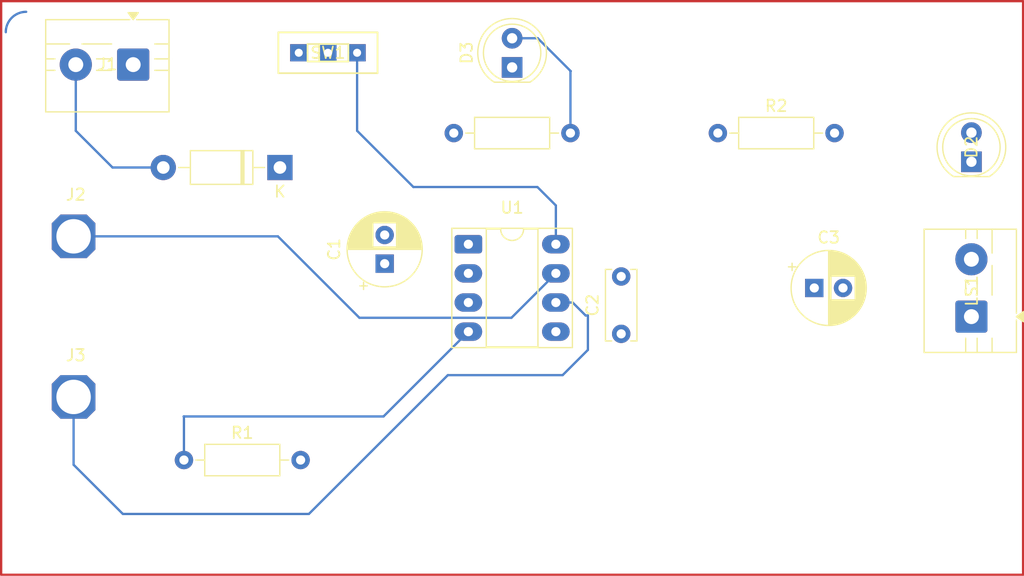
<source format=kicad_pcb>
(kicad_pcb (version 20241229) (generator "pcbnew") (generator_version "9.0")
  (layers (0 "F.Cu" signal) (2 "B.Cu" signal) (13 "F.Paste" user) (15 "B.Paste" user) (5 "F.SilkS" user "F.Silkscreen") (7 "B.SilkS" user "B.Silkscreen") (1 "F.Mask" user) (3 "B.Mask" user) (25 "Edge.Cuts" user))
  (net 0 "")
  (net 1 "Net-(J3-Pin_1)")
  (net 2 "GND")
  (net 3 "Net-(U1-CV)")
  (net 4 "Net-(U1-Q)")
  (net 5 "Net-(C3-Pad2)")
  (net 6 "+9V")
  (net 7 "Net-(D1-K)")
  (net 8 "Net-(D2-A)")
  (net 9 "Net-(D3-A)")
  (net 10 "Net-(J2-Pin_1)")
  (net 11 "VCC")
  (footprint "TerminalBlock:TerminalBlock_MaiXu_MX126-5.0-02P_1x02_P5.00mm" (layer "F.Cu") (at 187 101 90)
    (property "Reference" "LS1" (at 2.25 0.0325 90) (layer "F.SilkS"))
    (property "Value" "Speaker")
    (fp_line (start 7.62 -4.12) (end 7.62 3.92) (stroke (width 0.12)) (layer "F.SilkS"))
    (fp_line (start -3.12 -4.12) (end 7.62 -4.12) (stroke (width 0.12)) (layer "F.SilkS"))
    (fp_line (start -3.12 -4.12) (end -3.12 3.92) (stroke (width 0.12)) (layer "F.SilkS"))
    (fp_line (start 6.812 -0.5) (end 7.62 -0.5) (stroke (width 0.12)) (layer "F.SilkS"))
    (fp_line (start 1.88 -0.5) (end 3.188 -0.5) (stroke (width 0.12)) (layer "F.SilkS"))
    (fp_line (start -3.12 -0.5) (end -1.88 -0.5) (stroke (width 0.12)) (layer "F.SilkS"))
    (fp_line (start 6.812 0.5) (end 7.62 0.5) (stroke (width 0.12)) (layer "F.SilkS"))
    (fp_line (start 1.88 0.5) (end 3.188 0.5) (stroke (width 0.12)) (layer "F.SilkS"))
    (fp_line (start -3.12 0.5) (end -1.88 0.5) (stroke (width 0.12)) (layer "F.SilkS"))
    (fp_line (start 5.543 1.8) (end 7.62 1.8) (stroke (width 0.12)) (layer "F.SilkS"))
    (fp_line (start 1.88 1.8) (end 4.457 1.8) (stroke (width 0.12)) (layer "F.SilkS"))
    (fp_line (start -3.12 1.8) (end -1.88 1.8) (stroke (width 0.12)) (layer "F.SilkS"))
    (fp_line (start 0.3 3.92) (end 7.62 3.92) (stroke (width 0.12)) (layer "F.SilkS"))
    (fp_line (start -3.12 3.92) (end -0.3 3.92) (stroke (width 0.12)) (layer "F.SilkS"))
    (fp_poly (pts (xy 0 3.92) (xy 0.44 4.53) (xy -0.44 4.53)) (stroke (width 0.12)) (fill yes) (layer "F.SilkS"))
    (pad "1" thru_hole roundrect (at 0 0 90) (size 2.8 2.8) (drill 1.3) (layers "*.Cu" "*.Mask") (roundrect_rratio 0.089286) (net 5 "Net-(C3-Pad2)"))
    (pad "2" thru_hole circle (at 5 0 90) (size 2.8 2.8) (drill 1.3) (layers "*.Cu" "*.Mask") (net 2 "GND"))
  )
  (footprint "Resistor_THT:R_Axial_DIN0207_L6.3mm_D2.5mm_P10.16mm_Horizontal" (layer "F.Cu") (at 141.92 85)
    (property "Reference" "R3" (hide yes))
    (property "Value" "1k")
    (fp_line (start 1.04 0) (end 1.81 0) (stroke (width 0.12)) (layer "F.SilkS"))
    (fp_line (start 1.81 -1.37) (end 1.81 1.37) (stroke (width 0.12)) (layer "F.SilkS"))
    (fp_line (start 1.81 1.37) (end 8.35 1.37) (stroke (width 0.12)) (layer "F.SilkS"))
    (fp_line (start 8.35 -1.37) (end 1.81 -1.37) (stroke (width 0.12)) (layer "F.SilkS"))
    (fp_line (start 8.35 1.37) (end 8.35 -1.37) (stroke (width 0.12)) (layer "F.SilkS"))
    (fp_line (start 9.12 0) (end 8.35 0) (stroke (width 0.12)) (layer "F.SilkS"))
    (pad "1" thru_hole circle (at 0 0) (size 1.6 1.6) (drill 0.8) (layers "*.Cu" "*.Mask") (net 11 "VCC"))
    (pad "2" thru_hole oval (at 10.16 0) (size 1.6 1.6) (drill 0.8) (layers "*.Cu" "*.Mask") (net 9 "Net-(D3-A)"))
  )
  (footprint "LED_THT:LED_D5.0mm" (layer "F.Cu") (at 187 87.5 90)
    (property "Reference" "D2" (at 1.28 0 90) (layer "F.SilkS"))
    (property "Value" "LED")
    (fp_line (start -1.29 -1.545) (end -1.29 1.545) (stroke (width 0.12)) (layer "F.SilkS"))
    (fp_arc (start -1.29 -1.54483) (mid 2.071756 -2.880501) (end 4.26 -0.000048) (stroke (width 0.12)) (layer "F.SilkS"))
    (fp_arc (start 4.26 0.000048) (mid 2.071756 2.880501) (end -1.29 1.54483) (stroke (width 0.12)) (layer "F.SilkS"))
    (fp_circle (center 1.27 0) (end 3.77 0) (stroke (width 0.12)) (fill no) (layer "F.SilkS"))
    (pad "1" thru_hole rect (at 0 0 90) (size 1.8 1.8) (drill 0.9) (layers "*.Cu" "*.Mask") (net 2 "GND"))
    (pad "2" thru_hole circle (at 2.54 0 90) (size 1.8 1.8) (drill 0.9) (layers "*.Cu" "*.Mask") (net 8 "Net-(D2-A)"))
  )
  (footprint "Capacitor_THT:C_Disc_D6.0mm_W2.5mm_P5.00mm" (layer "F.Cu") (at 156.5 102.5 90)
    (property "Reference" "C2" (at 2.5 -2.5 90) (layer "F.SilkS"))
    (property "Value" "100n")
    (fp_line (start 5.62 -1.37) (end 5.62 -0.835) (stroke (width 0.12)) (layer "F.SilkS"))
    (fp_line (start -0.62 -1.37) (end 5.62 -1.37) (stroke (width 0.12)) (layer "F.SilkS"))
    (fp_line (start -0.62 -1.37) (end -0.62 -0.835) (stroke (width 0.12)) (layer "F.SilkS"))
    (fp_line (start 5.62 0.835) (end 5.62 1.37) (stroke (width 0.12)) (layer "F.SilkS"))
    (fp_line (start -0.62 0.835) (end -0.62 1.37) (stroke (width 0.12)) (layer "F.SilkS"))
    (fp_line (start -0.62 1.37) (end 5.62 1.37) (stroke (width 0.12)) (layer "F.SilkS"))
    (pad "1" thru_hole circle (at 0 0 90) (size 1.6 1.6) (drill 0.8) (layers "*.Cu" "*.Mask") (net 3 "Net-(U1-CV)"))
    (pad "2" thru_hole circle (at 5 0 90) (size 1.6 1.6) (drill 0.8) (layers "*.Cu" "*.Mask") (net 2 "GND"))
  )
  (footprint "Capacitor_THT:CP_Radial_D6.3mm_P2.50mm" (layer "F.Cu") (at 173.317621 98.5)
    (property "Reference" "C3" (at 1.25 -4.4 0) (layer "F.SilkS"))
    (property "Value" "1uF")
    (fp_line (start -2.250241 -1.839) (end -1.620241 -1.839) (stroke (width 0.12)) (layer "F.SilkS"))
    (fp_line (start -1.935241 -2.154) (end -1.935241 -1.524) (stroke (width 0.12)) (layer "F.SilkS"))
    (fp_line (start 1.25 -3.23) (end 1.25 3.23) (stroke (width 0.12)) (layer "F.SilkS"))
    (fp_line (start 1.29 -3.23) (end 1.29 3.23) (stroke (width 0.12)) (layer "F.SilkS"))
    (fp_line (start 1.33 -3.229) (end 1.33 3.229) (stroke (width 0.12)) (layer "F.SilkS"))
    (fp_line (start 1.37 -3.228) (end 1.37 3.228) (stroke (width 0.12)) (layer "F.SilkS"))
    (fp_line (start 1.41 -3.226) (end 1.41 3.226) (stroke (width 0.12)) (layer "F.SilkS"))
    (fp_line (start 1.45 -3.224) (end 1.45 3.224) (stroke (width 0.12)) (layer "F.SilkS"))
    (fp_line (start 1.49 -3.221) (end 1.49 -1.04) (stroke (width 0.12)) (layer "F.SilkS"))
    (fp_line (start 1.49 1.04) (end 1.49 3.221) (stroke (width 0.12)) (layer "F.SilkS"))
    (fp_line (start 1.53 -3.218) (end 1.53 -1.04) (stroke (width 0.12)) (layer "F.SilkS"))
    (fp_line (start 1.53 1.04) (end 1.53 3.218) (stroke (width 0.12)) (layer "F.SilkS"))
    (fp_line (start 1.57 -3.214) (end 1.57 -1.04) (stroke (width 0.12)) (layer "F.SilkS"))
    (fp_line (start 1.57 1.04) (end 1.57 3.214) (stroke (width 0.12)) (layer "F.SilkS"))
    (fp_line (start 1.61 -3.21) (end 1.61 -1.04) (stroke (width 0.12)) (layer "F.SilkS"))
    (fp_line (start 1.61 1.04) (end 1.61 3.21) (stroke (width 0.12)) (layer "F.SilkS"))
    (fp_line (start 1.65 -3.205) (end 1.65 -1.04) (stroke (width 0.12)) (layer "F.SilkS"))
    (fp_line (start 1.65 1.04) (end 1.65 3.205) (stroke (width 0.12)) (layer "F.SilkS"))
    (fp_line (start 1.69 -3.2) (end 1.69 -1.04) (stroke (width 0.12)) (layer "F.SilkS"))
    (fp_line (start 1.69 1.04) (end 1.69 3.2) (stroke (width 0.12)) (layer "F.SilkS"))
    (fp_line (start 1.73 -3.195) (end 1.73 -1.04) (stroke (width 0.12)) (layer "F.SilkS"))
    (fp_line (start 1.73 1.04) (end 1.73 3.195) (stroke (width 0.12)) (layer "F.SilkS"))
    (fp_line (start 1.77 -3.188) (end 1.77 -1.04) (stroke (width 0.12)) (layer "F.SilkS"))
    (fp_line (start 1.77 1.04) (end 1.77 3.188) (stroke (width 0.12)) (layer "F.SilkS"))
    (fp_line (start 1.81 -3.182) (end 1.81 -1.04) (stroke (width 0.12)) (layer "F.SilkS"))
    (fp_line (start 1.81 1.04) (end 1.81 3.182) (stroke (width 0.12)) (layer "F.SilkS"))
    (fp_line (start 1.85 -3.174) (end 1.85 -1.04) (stroke (width 0.12)) (layer "F.SilkS"))
    (fp_line (start 1.85 1.04) (end 1.85 3.174) (stroke (width 0.12)) (layer "F.SilkS"))
    (fp_line (start 1.89 -3.167) (end 1.89 -1.04) (stroke (width 0.12)) (layer "F.SilkS"))
    (fp_line (start 1.89 1.04) (end 1.89 3.167) (stroke (width 0.12)) (layer "F.SilkS"))
    (fp_line (start 1.93 -3.159) (end 1.93 -1.04) (stroke (width 0.12)) (layer "F.SilkS"))
    (fp_line (start 1.93 1.04) (end 1.93 3.159) (stroke (width 0.12)) (layer "F.SilkS"))
    (fp_line (start 1.97 -3.15) (end 1.97 -1.04) (stroke (width 0.12)) (layer "F.SilkS"))
    (fp_line (start 1.97 1.04) (end 1.97 3.15) (stroke (width 0.12)) (layer "F.SilkS"))
    (fp_line (start 2.01 -3.14) (end 2.01 -1.04) (stroke (width 0.12)) (layer "F.SilkS"))
    (fp_line (start 2.01 1.04) (end 2.01 3.14) (stroke (width 0.12)) (layer "F.SilkS"))
    (fp_line (start 2.05 -3.131) (end 2.05 -1.04) (stroke (width 0.12)) (layer "F.SilkS"))
    (fp_line (start 2.05 1.04) (end 2.05 3.131) (stroke (width 0.12)) (layer "F.SilkS"))
    (fp_line (start 2.09 -3.12) (end 2.09 -1.04) (stroke (width 0.12)) (layer "F.SilkS"))
    (fp_line (start 2.09 1.04) (end 2.09 3.12) (stroke (width 0.12)) (layer "F.SilkS"))
    (fp_line (start 2.13 -3.109) (end 2.13 -1.04) (stroke (width 0.12)) (layer "F.SilkS"))
    (fp_line (start 2.13 1.04) (end 2.13 3.109) (stroke (width 0.12)) (layer "F.SilkS"))
    (fp_line (start 2.17 -3.098) (end 2.17 -1.04) (stroke (width 0.12)) (layer "F.SilkS"))
    (fp_line (start 2.17 1.04) (end 2.17 3.098) (stroke (width 0.12)) (layer "F.SilkS"))
    (fp_line (start 2.21 -3.086) (end 2.21 -1.04) (stroke (width 0.12)) (layer "F.SilkS"))
    (fp_line (start 2.21 1.04) (end 2.21 3.086) (stroke (width 0.12)) (layer "F.SilkS"))
    (fp_line (start 2.25 -3.073) (end 2.25 -1.04) (stroke (width 0.12)) (layer "F.SilkS"))
    (fp_line (start 2.25 1.04) (end 2.25 3.073) (stroke (width 0.12)) (layer "F.SilkS"))
    (fp_line (start 2.29 -3.06) (end 2.29 -1.04) (stroke (width 0.12)) (layer "F.SilkS"))
    (fp_line (start 2.29 1.04) (end 2.29 3.06) (stroke (width 0.12)) (layer "F.SilkS"))
    (fp_line (start 2.33 -3.047) (end 2.33 -1.04) (stroke (width 0.12)) (layer "F.SilkS"))
    (fp_line (start 2.33 1.04) (end 2.33 3.047) (stroke (width 0.12)) (layer "F.SilkS"))
    (fp_line (start 2.37 -3.032) (end 2.37 -1.04) (stroke (width 0.12)) (layer "F.SilkS"))
    (fp_line (start 2.37 1.04) (end 2.37 3.032) (stroke (width 0.12)) (layer "F.SilkS"))
    (fp_line (start 2.41 -3.017) (end 2.41 -1.04) (stroke (width 0.12)) (layer "F.SilkS"))
    (fp_line (start 2.41 1.04) (end 2.41 3.017) (stroke (width 0.12)) (layer "F.SilkS"))
    (fp_line (start 2.45 -3.002) (end 2.45 -1.04) (stroke (width 0.12)) (layer "F.SilkS"))
    (fp_line (start 2.45 1.04) (end 2.45 3.002) (stroke (width 0.12)) (layer "F.SilkS"))
    (fp_line (start 2.49 -2.986) (end 2.49 -1.04) (stroke (width 0.12)) (layer "F.SilkS"))
    (fp_line (start 2.49 1.04) (end 2.49 2.986) (stroke (width 0.12)) (layer "F.SilkS"))
    (fp_line (start 2.53 -2.969) (end 2.53 -1.04) (stroke (width 0.12)) (layer "F.SilkS"))
    (fp_line (start 2.53 1.04) (end 2.53 2.969) (stroke (width 0.12)) (layer "F.SilkS"))
    (fp_line (start 2.57 -2.952) (end 2.57 -1.04) (stroke (width 0.12)) (layer "F.SilkS"))
    (fp_line (start 2.57 1.04) (end 2.57 2.952) (stroke (width 0.12)) (layer "F.SilkS"))
    (fp_line (start 2.61 -2.934) (end 2.61 -1.04) (stroke (width 0.12)) (layer "F.SilkS"))
    (fp_line (start 2.61 1.04) (end 2.61 2.934) (stroke (width 0.12)) (layer "F.SilkS"))
    (fp_line (start 2.65 -2.915) (end 2.65 -1.04) (stroke (width 0.12)) (layer "F.SilkS"))
    (fp_line (start 2.65 1.04) (end 2.65 2.915) (stroke (width 0.12)) (layer "F.SilkS"))
    (fp_line (start 2.69 -2.896) (end 2.69 -1.04) (stroke (width 0.12)) (layer "F.SilkS"))
    (fp_line (start 2.69 1.04) (end 2.69 2.896) (stroke (width 0.12)) (layer "F.SilkS"))
    (fp_line (start 2.73 -2.876) (end 2.73 -1.04) (stroke (width 0.12)) (layer "F.SilkS"))
    (fp_line (start 2.73 1.04) (end 2.73 2.876) (stroke (width 0.12)) (layer "F.SilkS"))
    (fp_line (start 2.77 -2.855) (end 2.77 -1.04) (stroke (width 0.12)) (layer "F.SilkS"))
    (fp_line (start 2.77 1.04) (end 2.77 2.855) (stroke (width 0.12)) (layer "F.SilkS"))
    (fp_line (start 2.81 -2.834) (end 2.81 -1.04) (stroke (width 0.12)) (layer "F.SilkS"))
    (fp_line (start 2.81 1.04) (end 2.81 2.834) (stroke (width 0.12)) (layer "F.SilkS"))
    (fp_line (start 2.85 -2.812) (end 2.85 -1.04) (stroke (width 0.12)) (layer "F.SilkS"))
    (fp_line (start 2.85 1.04) (end 2.85 2.812) (stroke (width 0.12)) (layer "F.SilkS"))
    (fp_line (start 2.89 -2.789) (end 2.89 -1.04) (stroke (width 0.12)) (layer "F.SilkS"))
    (fp_line (start 2.89 1.04) (end 2.89 2.789) (stroke (width 0.12)) (layer "F.SilkS"))
    (fp_line (start 2.93 -2.765) (end 2.93 -1.04) (stroke (width 0.12)) (layer "F.SilkS"))
    (fp_line (start 2.93 1.04) (end 2.93 2.765) (stroke (width 0.12)) (layer "F.SilkS"))
    (fp_line (start 2.97 -2.741) (end 2.97 -1.04) (stroke (width 0.12)) (layer "F.SilkS"))
    (fp_line (start 2.97 1.04) (end 2.97 2.741) (stroke (width 0.12)) (layer "F.SilkS"))
    (fp_line (start 3.01 -2.716) (end 3.01 -1.04) (stroke (width 0.12)) (layer "F.SilkS"))
    (fp_line (start 3.01 1.04) (end 3.01 2.716) (stroke (width 0.12)) (layer "F.SilkS"))
    (fp_line (start 3.05 -2.69) (end 3.05 -1.04) (stroke (width 0.12)) (layer "F.SilkS"))
    (fp_line (start 3.05 1.04) (end 3.05 2.69) (stroke (width 0.12)) (layer "F.SilkS"))
    (fp_line (start 3.09 -2.663) (end 3.09 -1.04) (stroke (width 0.12)) (layer "F.SilkS"))
    (fp_line (start 3.09 1.04) (end 3.09 2.663) (stroke (width 0.12)) (layer "F.SilkS"))
    (fp_line (start 3.13 -2.636) (end 3.13 -1.04) (stroke (width 0.12)) (layer "F.SilkS"))
    (fp_line (start 3.13 1.04) (end 3.13 2.636) (stroke (width 0.12)) (layer "F.SilkS"))
    (fp_line (start 3.17 -2.607) (end 3.17 -1.04) (stroke (width 0.12)) (layer "F.SilkS"))
    (fp_line (start 3.17 1.04) (end 3.17 2.607) (stroke (width 0.12)) (layer "F.SilkS"))
    (fp_line (start 3.21 -2.577) (end 3.21 -1.04) (stroke (width 0.12)) (layer "F.SilkS"))
    (fp_line (start 3.21 1.04) (end 3.21 2.577) (stroke (width 0.12)) (layer "F.SilkS"))
    (fp_line (start 3.25 -2.547) (end 3.25 -1.04) (stroke (width 0.12)) (layer "F.SilkS"))
    (fp_line (start 3.25 1.04) (end 3.25 2.547) (stroke (width 0.12)) (layer "F.SilkS"))
    (fp_line (start 3.29 -2.516) (end 3.29 -1.04) (stroke (width 0.12)) (layer "F.SilkS"))
    (fp_line (start 3.29 1.04) (end 3.29 2.516) (stroke (width 0.12)) (layer "F.SilkS"))
    (fp_line (start 3.33 -2.483) (end 3.33 -1.04) (stroke (width 0.12)) (layer "F.SilkS"))
    (fp_line (start 3.33 1.04) (end 3.33 2.483) (stroke (width 0.12)) (layer "F.SilkS"))
    (fp_line (start 3.37 -2.45) (end 3.37 -1.04) (stroke (width 0.12)) (layer "F.SilkS"))
    (fp_line (start 3.37 1.04) (end 3.37 2.45) (stroke (width 0.12)) (layer "F.SilkS"))
    (fp_line (start 3.41 -2.415) (end 3.41 -1.04) (stroke (width 0.12)) (layer "F.SilkS"))
    (fp_line (start 3.41 1.04) (end 3.41 2.415) (stroke (width 0.12)) (layer "F.SilkS"))
    (fp_line (start 3.45 -2.379) (end 3.45 -1.04) (stroke (width 0.12)) (layer "F.SilkS"))
    (fp_line (start 3.45 1.04) (end 3.45 2.379) (stroke (width 0.12)) (layer "F.SilkS"))
    (fp_line (start 3.49 -2.342) (end 3.49 -1.04) (stroke (width 0.12)) (layer "F.SilkS"))
    (fp_line (start 3.49 1.04) (end 3.49 2.342) (stroke (width 0.12)) (layer "F.SilkS"))
    (fp_line (start 3.53 -2.304) (end 3.53 -1.04) (stroke (width 0.12)) (layer "F.SilkS"))
    (fp_line (start 3.53 1.04) (end 3.53 2.304) (stroke (width 0.12)) (layer "F.SilkS"))
    (fp_line (start 3.57 -2.264) (end 3.57 2.264) (stroke (width 0.12)) (layer "F.SilkS"))
    (fp_line (start 3.61 -2.223) (end 3.61 2.223) (stroke (width 0.12)) (layer "F.SilkS"))
    (fp_line (start 3.65 -2.181) (end 3.65 2.181) (stroke (width 0.12)) (layer "F.SilkS"))
    (fp_line (start 3.69 -2.137) (end 3.69 2.137) (stroke (width 0.12)) (layer "F.SilkS"))
    (fp_line (start 3.73 -2.091) (end 3.73 2.091) (stroke (width 0.12)) (layer "F.SilkS"))
    (fp_line (start 3.77 -2.044) (end 3.77 2.044) (stroke (width 0.12)) (layer "F.SilkS"))
    (fp_line (start 3.81 -1.995) (end 3.81 1.995) (stroke (width 0.12)) (layer "F.SilkS"))
    (fp_line (start 3.85 -1.943) (end 3.85 1.943) (stroke (width 0.12)) (layer "F.SilkS"))
    (fp_line (start 3.89 -1.89) (end 3.89 1.89) (stroke (width 0.12)) (layer "F.SilkS"))
    (fp_line (start 3.93 -1.834) (end 3.93 1.834) (stroke (width 0.12)) (layer "F.SilkS"))
    (fp_line (start 3.97 -1.775) (end 3.97 1.775) (stroke (width 0.12)) (layer "F.SilkS"))
    (fp_line (start 4.01 -1.714) (end 4.01 1.714) (stroke (width 0.12)) (layer "F.SilkS"))
    (fp_line (start 4.05 -1.649) (end 4.05 1.649) (stroke (width 0.12)) (layer "F.SilkS"))
    (fp_line (start 4.09 -1.581) (end 4.09 1.581) (stroke (width 0.12)) (layer "F.SilkS"))
    (fp_line (start 4.13 -1.509) (end 4.13 1.509) (stroke (width 0.12)) (layer "F.SilkS"))
    (fp_line (start 4.17 -1.432) (end 4.17 1.432) (stroke (width 0.12)) (layer "F.SilkS"))
    (fp_line (start 4.21 -1.35) (end 4.21 1.35) (stroke (width 0.12)) (layer "F.SilkS"))
    (fp_line (start 4.25 -1.261) (end 4.25 1.261) (stroke (width 0.12)) (layer "F.SilkS"))
    (fp_line (start 4.29 -1.165) (end 4.29 1.165) (stroke (width 0.12)) (layer "F.SilkS"))
    (fp_line (start 4.33 -1.058) (end 4.33 1.058) (stroke (width 0.12)) (layer "F.SilkS"))
    (fp_line (start 4.37 -0.939) (end 4.37 0.939) (stroke (width 0.12)) (layer "F.SilkS"))
    (fp_line (start 4.41 -0.801) (end 4.41 0.801) (stroke (width 0.12)) (layer "F.SilkS"))
    (fp_line (start 4.45 -0.633) (end 4.45 0.633) (stroke (width 0.12)) (layer "F.SilkS"))
    (fp_line (start 4.49 -0.402) (end 4.49 0.402) (stroke (width 0.12)) (layer "F.SilkS"))
    (fp_circle (center 1.25 0) (end 4.52 0) (stroke (width 0.12)) (fill no) (layer "F.SilkS"))
    (pad "1" thru_hole rect (at 0 0) (size 1.6 1.6) (drill 0.8) (layers "*.Cu" "*.Mask") (net 4 "Net-(U1-Q)"))
    (pad "2" thru_hole circle (at 2.5 0) (size 1.6 1.6) (drill 0.8) (layers "*.Cu" "*.Mask") (net 5 "Net-(C3-Pad2)"))
  )
  (footprint "TerminalBlock:TerminalBlock_MaiXu_MX126-5.0-02P_1x02_P5.00mm" (layer "F.Cu") (at 114 79.0325 180)
    (property "Reference" "J1" (at 2.25 0.0325 0) (layer "F.SilkS"))
    (property "Value" "TBLOCK_2")
    (fp_line (start 7.62 -4.12) (end 7.62 3.92) (stroke (width 0.12)) (layer "F.SilkS"))
    (fp_line (start 6.812 0.5) (end 7.62 0.5) (stroke (width 0.12)) (layer "F.SilkS"))
    (fp_line (start 6.812 -0.5) (end 7.62 -0.5) (stroke (width 0.12)) (layer "F.SilkS"))
    (fp_line (start 5.543 1.8) (end 7.62 1.8) (stroke (width 0.12)) (layer "F.SilkS"))
    (fp_line (start 1.88 1.8) (end 4.457 1.8) (stroke (width 0.12)) (layer "F.SilkS"))
    (fp_line (start 1.88 0.5) (end 3.188 0.5) (stroke (width 0.12)) (layer "F.SilkS"))
    (fp_line (start 1.88 -0.5) (end 3.188 -0.5) (stroke (width 0.12)) (layer "F.SilkS"))
    (fp_line (start 0.3 3.92) (end 7.62 3.92) (stroke (width 0.12)) (layer "F.SilkS"))
    (fp_line (start -3.12 3.92) (end -0.3 3.92) (stroke (width 0.12)) (layer "F.SilkS"))
    (fp_line (start -3.12 1.8) (end -1.88 1.8) (stroke (width 0.12)) (layer "F.SilkS"))
    (fp_line (start -3.12 0.5) (end -1.88 0.5) (stroke (width 0.12)) (layer "F.SilkS"))
    (fp_line (start -3.12 -0.5) (end -1.88 -0.5) (stroke (width 0.12)) (layer "F.SilkS"))
    (fp_line (start -3.12 -4.12) (end 7.62 -4.12) (stroke (width 0.12)) (layer "F.SilkS"))
    (fp_line (start -3.12 -4.12) (end -3.12 3.92) (stroke (width 0.12)) (layer "F.SilkS"))
    (fp_poly (pts (xy 0 3.92) (xy 0.44 4.53) (xy -0.44 4.53)) (stroke (width 0.12)) (fill yes) (layer "F.SilkS"))
    (pad "1" thru_hole roundrect (at 0 0 180) (size 2.8 2.8) (drill 1.3) (layers "*.Cu" "*.Mask") (roundrect_rratio 0.089286) (net 2 "GND"))
    (pad "2" thru_hole circle (at 5 0 180) (size 2.8 2.8) (drill 1.3) (layers "*.Cu" "*.Mask") (net 6 "+9V"))
  )
  (footprint "Resistor_THT:R_Axial_DIN0207_L6.3mm_D2.5mm_P10.16mm_Horizontal" (layer "F.Cu") (at 118.42 113.5)
    (property "Reference" "R1" (at 5.08 -2.37 0) (layer "F.SilkS"))
    (property "Value" "1K")
    (fp_line (start 1.04 0) (end 1.81 0) (stroke (width 0.12)) (layer "F.SilkS"))
    (fp_line (start 1.81 -1.37) (end 1.81 1.37) (stroke (width 0.12)) (layer "F.SilkS"))
    (fp_line (start 1.81 1.37) (end 8.35 1.37) (stroke (width 0.12)) (layer "F.SilkS"))
    (fp_line (start 8.35 -1.37) (end 1.81 -1.37) (stroke (width 0.12)) (layer "F.SilkS"))
    (fp_line (start 8.35 1.37) (end 8.35 -1.37) (stroke (width 0.12)) (layer "F.SilkS"))
    (fp_line (start 9.12 0) (end 8.35 0) (stroke (width 0.12)) (layer "F.SilkS"))
    (pad "1" thru_hole circle (at 0 0) (size 1.6 1.6) (drill 0.8) (layers "*.Cu" "*.Mask") (net 11 "VCC"))
    (pad "2" thru_hole oval (at 10.16 0) (size 1.6 1.6) (drill 0.8) (layers "*.Cu" "*.Mask") (net 10 "Net-(J2-Pin_1)"))
  )
  (footprint "Capacitor_THT:CP_Radial_D6.3mm_P2.50mm" (layer "F.Cu") (at 135.9 96.38238 90)
    (property "Reference" "C1" (at 1.25 -4.4 90) (layer "F.SilkS"))
    (property "Value" "1u")
    (fp_line (start 1.29 -3.23) (end 1.29 3.23) (stroke (width 0.12)) (layer "F.SilkS"))
    (fp_line (start 1.25 -3.23) (end 1.25 3.23) (stroke (width 0.12)) (layer "F.SilkS"))
    (fp_line (start 1.33 -3.229) (end 1.33 3.229) (stroke (width 0.12)) (layer "F.SilkS"))
    (fp_line (start 1.37 -3.228) (end 1.37 3.228) (stroke (width 0.12)) (layer "F.SilkS"))
    (fp_line (start 1.41 -3.226) (end 1.41 3.226) (stroke (width 0.12)) (layer "F.SilkS"))
    (fp_line (start 1.45 -3.224) (end 1.45 3.224) (stroke (width 0.12)) (layer "F.SilkS"))
    (fp_line (start 1.49 -3.221) (end 1.49 -1.04) (stroke (width 0.12)) (layer "F.SilkS"))
    (fp_line (start 1.53 -3.218) (end 1.53 -1.04) (stroke (width 0.12)) (layer "F.SilkS"))
    (fp_line (start 1.57 -3.214) (end 1.57 -1.04) (stroke (width 0.12)) (layer "F.SilkS"))
    (fp_line (start 1.61 -3.21) (end 1.61 -1.04) (stroke (width 0.12)) (layer "F.SilkS"))
    (fp_line (start 1.65 -3.205) (end 1.65 -1.04) (stroke (width 0.12)) (layer "F.SilkS"))
    (fp_line (start 1.69 -3.2) (end 1.69 -1.04) (stroke (width 0.12)) (layer "F.SilkS"))
    (fp_line (start 1.73 -3.195) (end 1.73 -1.04) (stroke (width 0.12)) (layer "F.SilkS"))
    (fp_line (start 1.77 -3.188) (end 1.77 -1.04) (stroke (width 0.12)) (layer "F.SilkS"))
    (fp_line (start 1.81 -3.182) (end 1.81 -1.04) (stroke (width 0.12)) (layer "F.SilkS"))
    (fp_line (start 1.85 -3.174) (end 1.85 -1.04) (stroke (width 0.12)) (layer "F.SilkS"))
    (fp_line (start 1.89 -3.167) (end 1.89 -1.04) (stroke (width 0.12)) (layer "F.SilkS"))
    (fp_line (start 1.93 -3.159) (end 1.93 -1.04) (stroke (width 0.12)) (layer "F.SilkS"))
    (fp_line (start 1.97 -3.15) (end 1.97 -1.04) (stroke (width 0.12)) (layer "F.SilkS"))
    (fp_line (start 2.01 -3.14) (end 2.01 -1.04) (stroke (width 0.12)) (layer "F.SilkS"))
    (fp_line (start 2.05 -3.131) (end 2.05 -1.04) (stroke (width 0.12)) (layer "F.SilkS"))
    (fp_line (start 2.09 -3.12) (end 2.09 -1.04) (stroke (width 0.12)) (layer "F.SilkS"))
    (fp_line (start 2.13 -3.109) (end 2.13 -1.04) (stroke (width 0.12)) (layer "F.SilkS"))
    (fp_line (start 2.17 -3.098) (end 2.17 -1.04) (stroke (width 0.12)) (layer "F.SilkS"))
    (fp_line (start 2.21 -3.086) (end 2.21 -1.04) (stroke (width 0.12)) (layer "F.SilkS"))
    (fp_line (start 2.25 -3.073) (end 2.25 -1.04) (stroke (width 0.12)) (layer "F.SilkS"))
    (fp_line (start 2.29 -3.06) (end 2.29 -1.04) (stroke (width 0.12)) (layer "F.SilkS"))
    (fp_line (start 2.33 -3.047) (end 2.33 -1.04) (stroke (width 0.12)) (layer "F.SilkS"))
    (fp_line (start 2.37 -3.032) (end 2.37 -1.04) (stroke (width 0.12)) (layer "F.SilkS"))
    (fp_line (start 2.41 -3.017) (end 2.41 -1.04) (stroke (width 0.12)) (layer "F.SilkS"))
    (fp_line (start 2.45 -3.002) (end 2.45 -1.04) (stroke (width 0.12)) (layer "F.SilkS"))
    (fp_line (start 2.49 -2.986) (end 2.49 -1.04) (stroke (width 0.12)) (layer "F.SilkS"))
    (fp_line (start 2.53 -2.969) (end 2.53 -1.04) (stroke (width 0.12)) (layer "F.SilkS"))
    (fp_line (start 2.57 -2.952) (end 2.57 -1.04) (stroke (width 0.12)) (layer "F.SilkS"))
    (fp_line (start 2.61 -2.934) (end 2.61 -1.04) (stroke (width 0.12)) (layer "F.SilkS"))
    (fp_line (start 2.65 -2.915) (end 2.65 -1.04) (stroke (width 0.12)) (layer "F.SilkS"))
    (fp_line (start 2.69 -2.896) (end 2.69 -1.04) (stroke (width 0.12)) (layer "F.SilkS"))
    (fp_line (start 2.73 -2.876) (end 2.73 -1.04) (stroke (width 0.12)) (layer "F.SilkS"))
    (fp_line (start 2.77 -2.855) (end 2.77 -1.04) (stroke (width 0.12)) (layer "F.SilkS"))
    (fp_line (start 2.81 -2.834) (end 2.81 -1.04) (stroke (width 0.12)) (layer "F.SilkS"))
    (fp_line (start 2.85 -2.812) (end 2.85 -1.04) (stroke (width 0.12)) (layer "F.SilkS"))
    (fp_line (start 2.89 -2.789) (end 2.89 -1.04) (stroke (width 0.12)) (layer "F.SilkS"))
    (fp_line (start 2.93 -2.765) (end 2.93 -1.04) (stroke (width 0.12)) (layer "F.SilkS"))
    (fp_line (start 2.97 -2.741) (end 2.97 -1.04) (stroke (width 0.12)) (layer "F.SilkS"))
    (fp_line (start 3.01 -2.716) (end 3.01 -1.04) (stroke (width 0.12)) (layer "F.SilkS"))
    (fp_line (start 3.05 -2.69) (end 3.05 -1.04) (stroke (width 0.12)) (layer "F.SilkS"))
    (fp_line (start 3.09 -2.663) (end 3.09 -1.04) (stroke (width 0.12)) (layer "F.SilkS"))
    (fp_line (start 3.13 -2.636) (end 3.13 -1.04) (stroke (width 0.12)) (layer "F.SilkS"))
    (fp_line (start 3.17 -2.607) (end 3.17 -1.04) (stroke (width 0.12)) (layer "F.SilkS"))
    (fp_line (start 3.21 -2.577) (end 3.21 -1.04) (stroke (width 0.12)) (layer "F.SilkS"))
    (fp_line (start 3.25 -2.547) (end 3.25 -1.04) (stroke (width 0.12)) (layer "F.SilkS"))
    (fp_line (start 3.29 -2.516) (end 3.29 -1.04) (stroke (width 0.12)) (layer "F.SilkS"))
    (fp_line (start 3.33 -2.483) (end 3.33 -1.04) (stroke (width 0.12)) (layer "F.SilkS"))
    (fp_line (start 3.37 -2.45) (end 3.37 -1.04) (stroke (width 0.12)) (layer "F.SilkS"))
    (fp_line (start 3.41 -2.415) (end 3.41 -1.04) (stroke (width 0.12)) (layer "F.SilkS"))
    (fp_line (start 3.45 -2.379) (end 3.45 -1.04) (stroke (width 0.12)) (layer "F.SilkS"))
    (fp_line (start 3.49 -2.342) (end 3.49 -1.04) (stroke (width 0.12)) (layer "F.SilkS"))
    (fp_line (start 3.53 -2.304) (end 3.53 -1.04) (stroke (width 0.12)) (layer "F.SilkS"))
    (fp_line (start 3.57 -2.264) (end 3.57 2.264) (stroke (width 0.12)) (layer "F.SilkS"))
    (fp_line (start 3.61 -2.223) (end 3.61 2.223) (stroke (width 0.12)) (layer "F.SilkS"))
    (fp_line (start 3.65 -2.181) (end 3.65 2.181) (stroke (width 0.12)) (layer "F.SilkS"))
    (fp_line (start -1.935241 -2.154) (end -1.935241 -1.524) (stroke (width 0.12)) (layer "F.SilkS"))
    (fp_line (start 3.69 -2.137) (end 3.69 2.137) (stroke (width 0.12)) (layer "F.SilkS"))
    (fp_line (start 3.73 -2.091) (end 3.73 2.091) (stroke (width 0.12)) (layer "F.SilkS"))
    (fp_line (start 3.77 -2.044) (end 3.77 2.044) (stroke (width 0.12)) (layer "F.SilkS"))
    (fp_line (start 3.81 -1.995) (end 3.81 1.995) (stroke (width 0.12)) (layer "F.SilkS"))
    (fp_line (start 3.85 -1.943) (end 3.85 1.943) (stroke (width 0.12)) (layer "F.SilkS"))
    (fp_line (start 3.89 -1.89) (end 3.89 1.89) (stroke (width 0.12)) (layer "F.SilkS"))
    (fp_line (start -2.250241 -1.839) (end -1.620241 -1.839) (stroke (width 0.12)) (layer "F.SilkS"))
    (fp_line (start 3.93 -1.834) (end 3.93 1.834) (stroke (width 0.12)) (layer "F.SilkS"))
    (fp_line (start 3.97 -1.775) (end 3.97 1.775) (stroke (width 0.12)) (layer "F.SilkS"))
    (fp_line (start 4.01 -1.714) (end 4.01 1.714) (stroke (width 0.12)) (layer "F.SilkS"))
    (fp_line (start 4.05 -1.649) (end 4.05 1.649) (stroke (width 0.12)) (layer "F.SilkS"))
    (fp_line (start 4.09 -1.581) (end 4.09 1.581) (stroke (width 0.12)) (layer "F.SilkS"))
    (fp_line (start 4.13 -1.509) (end 4.13 1.509) (stroke (width 0.12)) (layer "F.SilkS"))
    (fp_line (start 4.17 -1.432) (end 4.17 1.432) (stroke (width 0.12)) (layer "F.SilkS"))
    (fp_line (start 4.21 -1.35) (end 4.21 1.35) (stroke (width 0.12)) (layer "F.SilkS"))
    (fp_line (start 4.25 -1.261) (end 4.25 1.261) (stroke (width 0.12)) (layer "F.SilkS"))
    (fp_line (start 4.29 -1.165) (end 4.29 1.165) (stroke (width 0.12)) (layer "F.SilkS"))
    (fp_line (start 4.33 -1.058) (end 4.33 1.058) (stroke (width 0.12)) (layer "F.SilkS"))
    (fp_line (start 4.37 -0.939) (end 4.37 0.939) (stroke (width 0.12)) (layer "F.SilkS"))
    (fp_line (start 4.41 -0.801) (end 4.41 0.801) (stroke (width 0.12)) (layer "F.SilkS"))
    (fp_line (start 4.45 -0.633) (end 4.45 0.633) (stroke (width 0.12)) (layer "F.SilkS"))
    (fp_line (start 4.49 -0.402) (end 4.49 0.402) (stroke (width 0.12)) (layer "F.SilkS"))
    (fp_line (start 3.53 1.04) (end 3.53 2.304) (stroke (width 0.12)) (layer "F.SilkS"))
    (fp_line (start 3.49 1.04) (end 3.49 2.342) (stroke (width 0.12)) (layer "F.SilkS"))
    (fp_line (start 3.45 1.04) (end 3.45 2.379) (stroke (width 0.12)) (layer "F.SilkS"))
    (fp_line (start 3.41 1.04) (end 3.41 2.415) (stroke (width 0.12)) (layer "F.SilkS"))
    (fp_line (start 3.37 1.04) (end 3.37 2.45) (stroke (width 0.12)) (layer "F.SilkS"))
    (fp_line (start 3.33 1.04) (end 3.33 2.483) (stroke (width 0.12)) (layer "F.SilkS"))
    (fp_line (start 3.29 1.04) (end 3.29 2.516) (stroke (width 0.12)) (layer "F.SilkS"))
    (fp_line (start 3.25 1.04) (end 3.25 2.547) (stroke (width 0.12)) (layer "F.SilkS"))
    (fp_line (start 3.21 1.04) (end 3.21 2.577) (stroke (width 0.12)) (layer "F.SilkS"))
    (fp_line (start 3.17 1.04) (end 3.17 2.607) (stroke (width 0.12)) (layer "F.SilkS"))
    (fp_line (start 3.13 1.04) (end 3.13 2.636) (stroke (width 0.12)) (layer "F.SilkS"))
    (fp_line (start 3.09 1.04) (end 3.09 2.663) (stroke (width 0.12)) (layer "F.SilkS"))
    (fp_line (start 3.05 1.04) (end 3.05 2.69) (stroke (width 0.12)) (layer "F.SilkS"))
    (fp_line (start 3.01 1.04) (end 3.01 2.716) (stroke (width 0.12)) (layer "F.SilkS"))
    (fp_line (start 2.97 1.04) (end 2.97 2.741) (stroke (width 0.12)) (layer "F.SilkS"))
    (fp_line (start 2.93 1.04) (end 2.93 2.765) (stroke (width 0.12)) (layer "F.SilkS"))
    (fp_line (start 2.89 1.04) (end 2.89 2.789) (stroke (width 0.12)) (layer "F.SilkS"))
    (fp_line (start 2.85 1.04) (end 2.85 2.812) (stroke (width 0.12)) (layer "F.SilkS"))
    (fp_line (start 2.81 1.04) (end 2.81 2.834) (stroke (width 0.12)) (layer "F.SilkS"))
    (fp_line (start 2.77 1.04) (end 2.77 2.855) (stroke (width 0.12)) (layer "F.SilkS"))
    (fp_line (start 2.73 1.04) (end 2.73 2.876) (stroke (width 0.12)) (layer "F.SilkS"))
    (fp_line (start 2.69 1.04) (end 2.69 2.896) (stroke (width 0.12)) (layer "F.SilkS"))
    (fp_line (start 2.65 1.04) (end 2.65 2.915) (stroke (width 0.12)) (layer "F.SilkS"))
    (fp_line (start 2.61 1.04) (end 2.61 2.934) (stroke (width 0.12)) (layer "F.SilkS"))
    (fp_line (start 2.57 1.04) (end 2.57 2.952) (stroke (width 0.12)) (layer "F.SilkS"))
    (fp_line (start 2.53 1.04) (end 2.53 2.969) (stroke (width 0.12)) (layer "F.SilkS"))
    (fp_line (start 2.49 1.04) (end 2.49 2.986) (stroke (width 0.12)) (layer "F.SilkS"))
    (fp_line (start 2.45 1.04) (end 2.45 3.002) (stroke (width 0.12)) (layer "F.SilkS"))
    (fp_line (start 2.41 1.04) (end 2.41 3.017) (stroke (width 0.12)) (layer "F.SilkS"))
    (fp_line (start 2.37 1.04) (end 2.37 3.032) (stroke (width 0.12)) (layer "F.SilkS"))
    (fp_line (start 2.33 1.04) (end 2.33 3.047) (stroke (width 0.12)) (layer "F.SilkS"))
    (fp_line (start 2.29 1.04) (end 2.29 3.06) (stroke (width 0.12)) (layer "F.SilkS"))
    (fp_line (start 2.25 1.04) (end 2.25 3.073) (stroke (width 0.12)) (layer "F.SilkS"))
    (fp_line (start 2.21 1.04) (end 2.21 3.086) (stroke (width 0.12)) (layer "F.SilkS"))
    (fp_line (start 2.17 1.04) (end 2.17 3.098) (stroke (width 0.12)) (layer "F.SilkS"))
    (fp_line (start 2.13 1.04) (end 2.13 3.109) (stroke (width 0.12)) (layer "F.SilkS"))
    (fp_line (start 2.09 1.04) (end 2.09 3.12) (stroke (width 0.12)) (layer "F.SilkS"))
    (fp_line (start 2.05 1.04) (end 2.05 3.131) (stroke (width 0.12)) (layer "F.SilkS"))
    (fp_line (start 2.01 1.04) (end 2.01 3.14) (stroke (width 0.12)) (layer "F.SilkS"))
    (fp_line (start 1.97 1.04) (end 1.97 3.15) (stroke (width 0.12)) (layer "F.SilkS"))
    (fp_line (start 1.93 1.04) (end 1.93 3.159) (stroke (width 0.12)) (layer "F.SilkS"))
    (fp_line (start 1.89 1.04) (end 1.89 3.167) (stroke (width 0.12)) (layer "F.SilkS"))
    (fp_line (start 1.85 1.04) (end 1.85 3.174) (stroke (width 0.12)) (layer "F.SilkS"))
    (fp_line (start 1.81 1.04) (end 1.81 3.182) (stroke (width 0.12)) (layer "F.SilkS"))
    (fp_line (start 1.77 1.04) (end 1.77 3.188) (stroke (width 0.12)) (layer "F.SilkS"))
    (fp_line (start 1.73 1.04) (end 1.73 3.195) (stroke (width 0.12)) (layer "F.SilkS"))
    (fp_line (start 1.69 1.04) (end 1.69 3.2) (stroke (width 0.12)) (layer "F.SilkS"))
    (fp_line (start 1.65 1.04) (end 1.65 3.205) (stroke (width 0.12)) (layer "F.SilkS"))
    (fp_line (start 1.61 1.04) (end 1.61 3.21) (stroke (width 0.12)) (layer "F.SilkS"))
    (fp_line (start 1.57 1.04) (end 1.57 3.214) (stroke (width 0.12)) (layer "F.SilkS"))
    (fp_line (start 1.53 1.04) (end 1.53 3.218) (stroke (width 0.12)) (layer "F.SilkS"))
    (fp_line (start 1.49 1.04) (end 1.49 3.221) (stroke (width 0.12)) (layer "F.SilkS"))
    (fp_circle (center 1.25 0) (end 4.52 0) (stroke (width 0.12)) (fill no) (layer "F.SilkS"))
    (pad "1" thru_hole rect (at 0 0 90) (size 1.6 1.6) (drill 0.8) (layers "*.Cu" "*.Mask") (net 1 "Net-(J3-Pin_1)"))
    (pad "2" thru_hole circle (at 2.5 0 90) (size 1.6 1.6) (drill 0.8) (layers "*.Cu" "*.Mask") (net 2 "GND"))
  )
  (footprint "LED_THT:LED_D5.0mm" (layer "F.Cu") (at 147 79.275 90)
    (property "Reference" "D3" (at 1.27 -3.96 90) (layer "F.SilkS"))
    (property "Value" "LED")
    (fp_line (start -1.29 -1.545) (end -1.29 1.545) (stroke (width 0.12)) (layer "F.SilkS"))
    (fp_arc (start -1.29 -1.54483) (mid 2.071756 -2.880501) (end 4.26 -0.000048) (stroke (width 0.12)) (layer "F.SilkS"))
    (fp_arc (start 4.26 0.000048) (mid 2.071756 2.880501) (end -1.29 1.54483) (stroke (width 0.12)) (layer "F.SilkS"))
    (fp_circle (center 1.27 0) (end 3.77 0) (stroke (width 0.12)) (fill no) (layer "F.SilkS"))
    (pad "1" thru_hole rect (at 0 0 90) (size 1.8 1.8) (drill 0.9) (layers "*.Cu" "*.Mask") (net 2 "GND"))
    (pad "2" thru_hole circle (at 2.54 0 90) (size 1.8 1.8) (drill 0.9) (layers "*.Cu" "*.Mask") (net 9 "Net-(D3-A)"))
  )
  (footprint "modules_teee2025:SPDT_PCB_small_P2.5mm" (layer "F.Cu") (at 130.96 78)
    (property "Reference" "SW1" (at 0 0 0) (layer "F.SilkS"))
    (property "Value" "SW_SPDT")
    (fp_line (start -4.318 -1.778) (end 4.318 -1.778) (stroke (width 0.15)) (layer "F.SilkS"))
    (fp_line (start -4.318 1.778) (end -4.318 -1.778) (stroke (width 0.15)) (layer "F.SilkS"))
    (fp_line (start -1.778 -0.762) (end 1.778 -0.762) (stroke (width 0.15)) (layer "F.SilkS"))
    (fp_line (start -1.778 0) (end -1.778 -0.762) (stroke (width 0.15)) (layer "F.SilkS"))
    (fp_line (start -1.778 0.762) (end -1.778 0) (stroke (width 0.15)) (layer "F.SilkS"))
    (fp_line (start -0.762 -0.762) (end -0.762 0.762) (stroke (width 0.15)) (layer "F.SilkS"))
    (fp_line (start 1.778 -0.762) (end 1.778 0) (stroke (width 0.15)) (layer "F.SilkS"))
    (fp_line (start 1.778 0) (end 1.778 0.762) (stroke (width 0.15)) (layer "F.SilkS"))
    (fp_line (start 1.778 0.762) (end -1.778 0.762) (stroke (width 0.15)) (layer "F.SilkS"))
    (fp_line (start 4.318 -1.778) (end 4.318 1.778) (stroke (width 0.15)) (layer "F.SilkS"))
    (fp_line (start 4.318 1.778) (end -4.318 1.778) (stroke (width 0.15)) (layer "F.SilkS"))
    (pad "1" thru_hole rect (at -2.54 0) (size 1.5 1.5) (drill oval 0.7) (layers "*.Cu" "*.Mask"))
    (pad "2" thru_hole rect (at 0 0) (size 1.5 1.5) (drill oval 0.7) (layers "*.Cu" "*.Mask") (net 7 "Net-(D1-K)"))
    (pad "3" thru_hole rect (at 2.54 0) (size 1.5 1.5) (drill oval 0.7) (layers "*.Cu" "*.Mask") (net 11 "VCC"))
  )
  (footprint "modules_teee2025:caiman" (layer "F.Cu") (at 109 94)
    (property "Reference" "J2" (at 0 -3.63 0) (layer "F.SilkS"))
    (property "Value" "CAIMAN")
    (pad "1" thru_hole roundrect (at -0.19 0) (size 3.8 3.8) (drill 3) (layers "*.Cu" "*.Mask") (roundrect_rratio 0) (chamfer_ratio 0.2) (chamfer top_left top_right bottom_left bottom_right) (net 10 "Net-(J2-Pin_1)"))
  )
  (footprint "modules_teee2025:caiman" (layer "F.Cu") (at 109 108)
    (property "Reference" "J3" (at 0 -3.63 0) (layer "F.SilkS"))
    (property "Value" "CAIMAN")
    (pad "1" thru_hole roundrect (at -0.19 0) (size 3.8 3.8) (drill 3) (layers "*.Cu" "*.Mask") (roundrect_rratio 0) (chamfer_ratio 0.2) (chamfer top_left top_right bottom_left bottom_right) (net 1 "Net-(J3-Pin_1)"))
  )
  (footprint "Resistor_THT:R_Axial_DIN0207_L6.3mm_D2.5mm_P10.16mm_Horizontal" (layer "F.Cu") (at 164.92 85)
    (property "Reference" "R2" (at 5.08 -2.37 0) (layer "F.SilkS"))
    (property "Value" "1K")
    (fp_line (start 1.04 0) (end 1.81 0) (stroke (width 0.12)) (layer "F.SilkS"))
    (fp_line (start 1.81 -1.37) (end 1.81 1.37) (stroke (width 0.12)) (layer "F.SilkS"))
    (fp_line (start 1.81 1.37) (end 8.35 1.37) (stroke (width 0.12)) (layer "F.SilkS"))
    (fp_line (start 8.35 -1.37) (end 1.81 -1.37) (stroke (width 0.12)) (layer "F.SilkS"))
    (fp_line (start 8.35 1.37) (end 8.35 -1.37) (stroke (width 0.12)) (layer "F.SilkS"))
    (fp_line (start 9.12 0) (end 8.35 0) (stroke (width 0.12)) (layer "F.SilkS"))
    (pad "1" thru_hole circle (at 0 0) (size 1.6 1.6) (drill 0.8) (layers "*.Cu" "*.Mask") (net 4 "Net-(U1-Q)"))
    (pad "2" thru_hole oval (at 10.16 0) (size 1.6 1.6) (drill 0.8) (layers "*.Cu" "*.Mask") (net 8 "Net-(D2-A)"))
  )
  (footprint "Package_DIP:DIP-8_W7.62mm_Socket_LongPads" (layer "F.Cu") (at 143.19 94.69)
    (property "Reference" "U1" (at 3.81 -3.19 0) (layer "F.SilkS"))
    (property "Value" "~" (hide yes))
    (fp_line (start 1.56 -1.33) (end 1.56 8.95) (stroke (width 0.12)) (layer "F.SilkS"))
    (fp_line (start 1.56 8.95) (end 6.06 8.95) (stroke (width 0.12)) (layer "F.SilkS"))
    (fp_line (start 2.81 -1.33) (end 1.56 -1.33) (stroke (width 0.12)) (layer "F.SilkS"))
    (fp_line (start 6.06 -1.33) (end 4.81 -1.33) (stroke (width 0.12)) (layer "F.SilkS"))
    (fp_line (start 6.06 8.95) (end 6.06 -1.33) (stroke (width 0.12)) (layer "F.SilkS"))
    (fp_rect (start -1.44 -1.39) (end 9.06 9.01) (stroke (width 0.12)) (fill no) (layer "F.SilkS"))
    (fp_arc (start 4.81 -1.33) (mid 3.81 -0.33) (end 2.81 -1.33) (stroke (width 0.12)) (layer "F.SilkS"))
    (pad "1" thru_hole roundrect (at 0 0) (size 2.4 1.6) (drill 0.8) (layers "*.Cu" "*.Mask") (roundrect_rratio 0.15625) (net 2 "GND"))
    (pad "2" thru_hole oval (at 0 2.54) (size 2.4 1.6) (drill 0.8) (layers "*.Cu" "*.Mask") (net 1 "Net-(J3-Pin_1)"))
    (pad "3" thru_hole oval (at 0 5.08) (size 2.4 1.6) (drill 0.8) (layers "*.Cu" "*.Mask") (net 4 "Net-(U1-Q)"))
    (pad "4" thru_hole oval (at 0 7.62) (size 2.4 1.6) (drill 0.8) (layers "*.Cu" "*.Mask") (net 11 "VCC"))
    (pad "5" thru_hole oval (at 7.62 7.62) (size 2.4 1.6) (drill 0.8) (layers "*.Cu" "*.Mask") (net 3 "Net-(U1-CV)"))
    (pad "6" thru_hole oval (at 7.62 5.08) (size 2.4 1.6) (drill 0.8) (layers "*.Cu" "*.Mask") (net 1 "Net-(J3-Pin_1)"))
    (pad "7" thru_hole oval (at 7.62 2.54) (size 2.4 1.6) (drill 0.8) (layers "*.Cu" "*.Mask") (net 10 "Net-(J2-Pin_1)"))
    (pad "8" thru_hole oval (at 7.62 0) (size 2.4 1.6) (drill 0.8) (layers "*.Cu" "*.Mask") (net 11 "VCC"))
  )
  (footprint "Diode_THT:D_DO-41_SOD81_P10.16mm_Horizontal" (layer "F.Cu") (at 126.78 88 180)
    (property "Reference" "D1" (hide yes))
    (property "Value" "1n4007")
    (fp_line (start 8.82 0) (end 7.8 0) (stroke (width 0.12)) (layer "F.SilkS"))
    (fp_line (start 7.8 1.47) (end 7.8 -1.47) (stroke (width 0.12)) (layer "F.SilkS"))
    (fp_line (start 7.8 -1.47) (end 2.36 -1.47) (stroke (width 0.12)) (layer "F.SilkS"))
    (fp_line (start 3.38 -1.47) (end 3.38 1.47) (stroke (width 0.12)) (layer "F.SilkS"))
    (fp_line (start 3.26 -1.47) (end 3.26 1.47) (stroke (width 0.12)) (layer "F.SilkS"))
    (fp_line (start 3.14 -1.47) (end 3.14 1.47) (stroke (width 0.12)) (layer "F.SilkS"))
    (fp_line (start 2.36 1.47) (end 7.8 1.47) (stroke (width 0.12)) (layer "F.SilkS"))
    (fp_line (start 2.36 -1.47) (end 2.36 1.47) (stroke (width 0.12)) (layer "F.SilkS"))
    (fp_line (start 1.34 0) (end 2.36 0) (stroke (width 0.12)) (layer "F.SilkS"))
    (fp_text user "K" (at 0 -2.1 0) (layer "F.SilkS"))
    (pad "1" thru_hole rect (at 0 0 180) (size 2.2 2.2) (drill 1.1) (layers "*.Cu" "*.Mask") (net 7 "Net-(D1-K)"))
    (pad "2" thru_hole oval (at 10.16 0 180) (size 2.2 2.2) (drill 1.1) (layers "*.Cu" "*.Mask") (net 6 "+9V"))
  )
  (gr_rect (start 102.5 73.5) (end 191.5 123.5) (stroke (width 0.2)) (fill no) (layer "F.Cu") (net 6))
  (gr_arc (start 102.905115 76.205115) (mid 103.425 74.95) (end 104.680115 74.430115) (stroke (width 0.2)) (layer "B.Cu"))
  (segment (start 153.6 103.9) (end 153.6 100.9) (width 0.2) (layer "B.Cu") (net 1))
  (segment (start 108.81 108) (end 108.81 113.91) (width 0.2) (layer "B.Cu") (net 1))
  (segment (start 113.1 118.2) (end 129.3 118.2) (width 0.2) (layer "B.Cu") (net 1))
  (segment (start 153.4 100.9) (end 152.27 99.77) (width 0.2) (layer "B.Cu") (net 1))
  (segment (start 129.3 118.2) (end 141.4 106.1) (width 0.2) (layer "B.Cu") (net 1))
  (segment (start 152.27 99.77) (end 150.81 99.77) (width 0.2) (layer "B.Cu") (net 1))
  (segment (start 153.6 100.9) (end 153.4 100.9) (width 0.2) (layer "B.Cu") (net 1))
  (segment (start 141.4 106.1) (end 151.4 106.1) (width 0.2) (layer "B.Cu") (net 1))
  (segment (start 151.4 106.1) (end 153.6 103.9) (width 0.2) (layer "B.Cu") (net 1))
  (segment (start 108.81 113.91) (end 113.1 118.2) (width 0.2) (layer "B.Cu") (net 1))
  (segment (start 109 84.8) (end 112.2 88) (width 0.2) (layer "B.Cu") (net 6))
  (segment (start 112.2 88) (end 116.62 88) (width 0.2) (layer "B.Cu") (net 6))
  (segment (start 109 79.0325) (end 109 84.8) (width 0.2) (layer "B.Cu") (net 6))
  (segment (start 152.08 79.62) (end 152.08 85) (width 0.2) (layer "B.Cu") (net 9))
  (segment (start 152.1 79.6) (end 152.08 79.62) (width 0.2) (layer "B.Cu") (net 9))
  (segment (start 149.235 76.735) (end 152.1 79.6) (width 0.2) (layer "B.Cu") (net 9))
  (segment (start 147 76.735) (end 149.235 76.735) (width 0.2) (layer "B.Cu") (net 9))
  (segment (start 146.94 101.1) (end 150.81 97.23) (width 0.2) (layer "B.Cu") (net 10))
  (segment (start 108.81 94) (end 126.6 94) (width 0.2) (layer "B.Cu") (net 10))
  (segment (start 126.6 94) (end 133.7 101.1) (width 0.2) (layer "B.Cu") (net 10))
  (segment (start 133.7 101.1) (end 146.94 101.1) (width 0.2) (layer "B.Cu") (net 10))
  (segment (start 133.5 84.8) (end 138.4 89.7) (width 0.2) (layer "B.Cu") (net 11))
  (segment (start 135.8 109.7) (end 143.19 102.31) (width 0.2) (layer "B.Cu") (net 11))
  (segment (start 149.2 89.7) (end 150.81 91.31) (width 0.2) (layer "B.Cu") (net 11))
  (segment (start 118.4 109.7) (end 135.8 109.7) (width 0.2) (layer "B.Cu") (net 11))
  (segment (start 138.4 89.7) (end 149.2 89.7) (width 0.2) (layer "B.Cu") (net 11))
  (segment (start 133.5 78) (end 133.5 84.8) (width 0.2) (layer "B.Cu") (net 11))
  (segment (start 118.42 109.72) (end 118.42 113.5) (width 0.2) (layer "B.Cu") (net 11))
  (segment (start 118.4 109.7) (end 118.42 109.72) (width 0.2) (layer "B.Cu") (net 11))
  (segment (start 150.81 91.31) (end 150.81 94.69) (width 0.2) (layer "B.Cu") (net 11))
)
</source>
